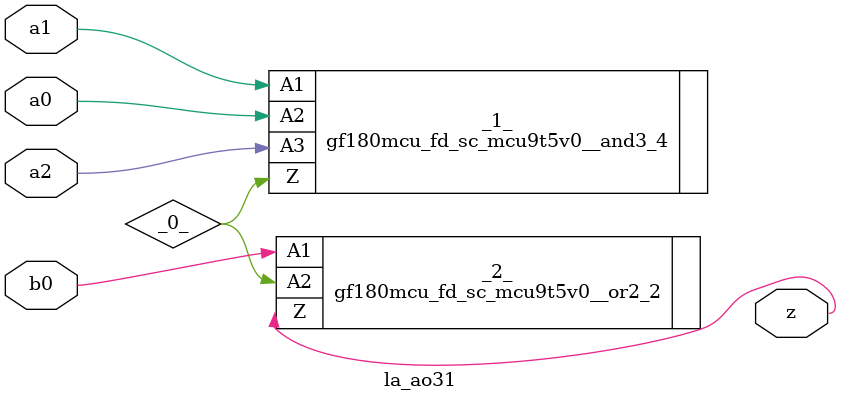
<source format=v>

/* Generated by Yosys 0.37 (git sha1 a5c7f69ed, clang 14.0.0-1ubuntu1.1 -fPIC -Os) */

module la_ao31(a0, a1, a2, b0, z);
  wire _0_;
  input a0;
  wire a0;
  input a1;
  wire a1;
  input a2;
  wire a2;
  input b0;
  wire b0;
  output z;
  wire z;
  gf180mcu_fd_sc_mcu9t5v0__and3_4 _1_ (
    .A1(a1),
    .A2(a0),
    .A3(a2),
    .Z(_0_)
  );
  gf180mcu_fd_sc_mcu9t5v0__or2_2 _2_ (
    .A1(b0),
    .A2(_0_),
    .Z(z)
  );
endmodule

</source>
